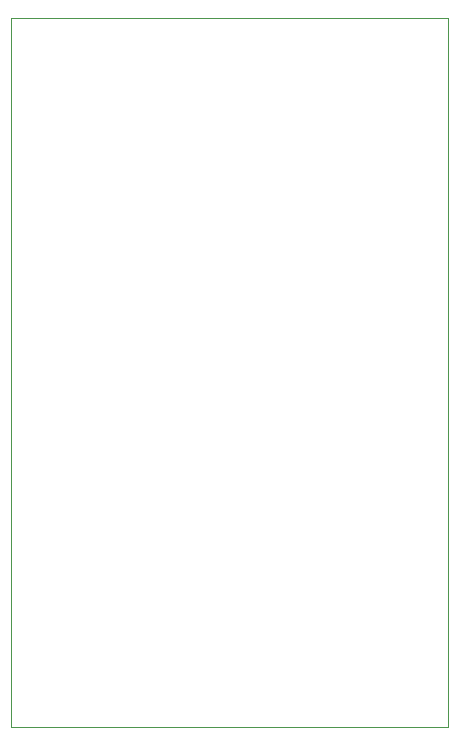
<source format=gko>
%TF.GenerationSoftware,KiCad,Pcbnew,5.1.9*%
%TF.CreationDate,2021-02-07T17:47:43+01:00*%
%TF.ProjectId,relay_terminal,72656c61-795f-4746-9572-6d696e616c2e,rev?*%
%TF.SameCoordinates,Original*%
%TF.FileFunction,Profile,NP*%
%FSLAX46Y46*%
G04 Gerber Fmt 4.6, Leading zero omitted, Abs format (unit mm)*
G04 Created by KiCad (PCBNEW 5.1.9) date 2021-02-07 17:47:43*
%MOMM*%
%LPD*%
G01*
G04 APERTURE LIST*
%TA.AperFunction,Profile*%
%ADD10C,0.050000*%
%TD*%
G04 APERTURE END LIST*
D10*
X126000000Y-92000000D02*
X126000000Y-32000000D01*
X163000000Y-92000000D02*
X126000000Y-92000000D01*
X163000000Y-32000000D02*
X163000000Y-92000000D01*
X126000000Y-32000000D02*
X163000000Y-32000000D01*
M02*

</source>
